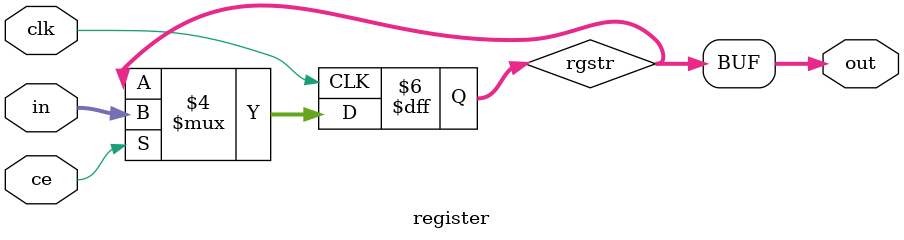
<source format=v>
`timescale 1ns / 1ps


module register(
    input clk,
    input ce,
    input [7:0]in,
    output [7:0]out
);

    reg [7:0]rgstr = 8'b0;
    
    always @(posedge clk)
    begin
        if(ce)
            rgstr <= in;
        else
            rgstr <= rgstr;
    end
    
    assign out = rgstr;
    
endmodule

</source>
